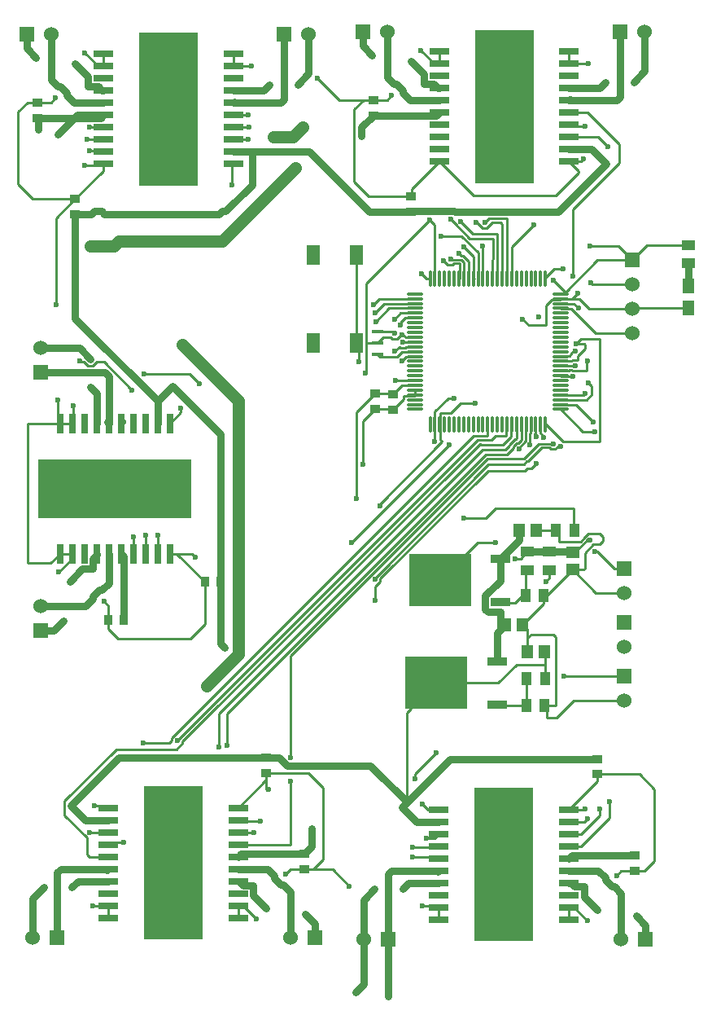
<source format=gtl>
G04 Layer_Physical_Order=1*
G04 Layer_Color=255*
%FSLAX25Y25*%
%MOIN*%
G70*
G01*
G75*
%ADD10R,0.05512X0.04134*%
%ADD11R,0.05000X0.06000*%
%ADD12R,0.05512X0.08268*%
%ADD13R,0.08268X0.03740*%
%ADD14R,0.25590X0.21654*%
%ADD15R,0.03937X0.03543*%
%ADD16R,0.04724X0.01575*%
%ADD17R,0.03543X0.03937*%
%ADD18R,0.08300X0.02500*%
%ADD19R,0.24400X0.63000*%
%ADD20R,0.05709X0.04528*%
%ADD21R,0.04528X0.05709*%
%ADD22R,0.04134X0.05512*%
%ADD23R,0.02500X0.08300*%
%ADD24R,0.63000X0.24400*%
%ADD25O,0.01181X0.07087*%
%ADD26O,0.07087X0.01181*%
%ADD27C,0.00984*%
%ADD28C,0.01000*%
%ADD29C,0.03000*%
%ADD30C,0.05000*%
%ADD31R,0.06000X0.06000*%
%ADD32C,0.06000*%
%ADD33R,0.06000X0.06000*%
%ADD34C,0.02362*%
D10*
X406000Y390260D02*
D03*
Y397740D02*
D03*
X340043Y272240D02*
D03*
Y264760D02*
D03*
X349043Y272240D02*
D03*
Y264760D02*
D03*
D11*
X406000Y372000D02*
D03*
Y381000D02*
D03*
D12*
X252189Y393653D02*
D03*
Y357827D02*
D03*
X269905D02*
D03*
Y393653D02*
D03*
D13*
X329043Y251547D02*
D03*
Y269500D02*
D03*
X327543Y209547D02*
D03*
Y227500D02*
D03*
D14*
X304240Y260524D02*
D03*
X302740Y218524D02*
D03*
D15*
X384000Y141701D02*
D03*
Y148000D02*
D03*
X368500Y181201D02*
D03*
Y187500D02*
D03*
X248500Y142350D02*
D03*
Y148650D02*
D03*
X277547Y336890D02*
D03*
Y330591D02*
D03*
X285047Y336740D02*
D03*
Y330441D02*
D03*
X292400Y417650D02*
D03*
Y411350D02*
D03*
X276900Y457150D02*
D03*
Y450850D02*
D03*
X139300Y456150D02*
D03*
Y449850D02*
D03*
X154800Y416650D02*
D03*
Y410350D02*
D03*
X233000Y181850D02*
D03*
Y188150D02*
D03*
D16*
X278634Y362465D02*
D03*
Y357740D02*
D03*
Y353016D02*
D03*
D17*
X207850Y260000D02*
D03*
X214150D02*
D03*
X168350Y244500D02*
D03*
X174650D02*
D03*
D18*
X221500Y122500D02*
D03*
Y127500D02*
D03*
Y132500D02*
D03*
Y137500D02*
D03*
Y142500D02*
D03*
Y147500D02*
D03*
Y152500D02*
D03*
Y157500D02*
D03*
Y162500D02*
D03*
Y167500D02*
D03*
X168300D02*
D03*
Y162500D02*
D03*
Y157500D02*
D03*
Y152500D02*
D03*
Y147500D02*
D03*
Y142500D02*
D03*
Y137500D02*
D03*
Y132500D02*
D03*
Y127500D02*
D03*
Y122500D02*
D03*
X357000Y121850D02*
D03*
Y126850D02*
D03*
Y131850D02*
D03*
Y136850D02*
D03*
Y141850D02*
D03*
Y146850D02*
D03*
Y151850D02*
D03*
Y156850D02*
D03*
Y161850D02*
D03*
Y166850D02*
D03*
X303800D02*
D03*
Y161850D02*
D03*
Y156850D02*
D03*
Y151850D02*
D03*
Y146850D02*
D03*
Y141850D02*
D03*
Y136850D02*
D03*
Y131850D02*
D03*
Y126850D02*
D03*
Y121850D02*
D03*
X166300Y476000D02*
D03*
Y471000D02*
D03*
Y466000D02*
D03*
Y461000D02*
D03*
Y456000D02*
D03*
Y451000D02*
D03*
Y446000D02*
D03*
Y441000D02*
D03*
Y436000D02*
D03*
Y431000D02*
D03*
X219500D02*
D03*
Y436000D02*
D03*
Y441000D02*
D03*
Y446000D02*
D03*
Y451000D02*
D03*
Y456000D02*
D03*
Y461000D02*
D03*
Y466000D02*
D03*
Y471000D02*
D03*
Y476000D02*
D03*
X303900Y477000D02*
D03*
Y472000D02*
D03*
Y467000D02*
D03*
Y462000D02*
D03*
Y457000D02*
D03*
Y452000D02*
D03*
Y447000D02*
D03*
Y442000D02*
D03*
Y437000D02*
D03*
Y432000D02*
D03*
X357100D02*
D03*
Y437000D02*
D03*
Y442000D02*
D03*
Y447000D02*
D03*
Y452000D02*
D03*
Y457000D02*
D03*
Y462000D02*
D03*
Y467000D02*
D03*
Y472000D02*
D03*
Y477000D02*
D03*
D19*
X194900Y145000D02*
D03*
X330400Y144350D02*
D03*
X192900Y453500D02*
D03*
X330500Y454500D02*
D03*
D20*
X358543Y264957D02*
D03*
Y272043D02*
D03*
D21*
X343587Y281000D02*
D03*
X336500D02*
D03*
X338130Y242500D02*
D03*
X331043D02*
D03*
X339957Y231500D02*
D03*
X347043D02*
D03*
D22*
X351803Y281000D02*
D03*
X359283D02*
D03*
X339303Y254500D02*
D03*
X346783D02*
D03*
X339563Y209500D02*
D03*
X347043D02*
D03*
X347284Y220500D02*
D03*
X339803D02*
D03*
D23*
X148500Y271500D02*
D03*
X153500D02*
D03*
X158500D02*
D03*
X163500D02*
D03*
X168500D02*
D03*
X173500D02*
D03*
X178500D02*
D03*
X183500D02*
D03*
X188500D02*
D03*
X193500D02*
D03*
Y324700D02*
D03*
X188500D02*
D03*
X183500D02*
D03*
X178500D02*
D03*
X173500D02*
D03*
X168500D02*
D03*
X163500D02*
D03*
X158500D02*
D03*
X153500D02*
D03*
X148500D02*
D03*
D24*
X171000Y298100D02*
D03*
D25*
X300153Y383878D02*
D03*
X302122D02*
D03*
X304090D02*
D03*
X306059D02*
D03*
X308028D02*
D03*
X309996D02*
D03*
X311965D02*
D03*
X313933D02*
D03*
X315902D02*
D03*
X317870D02*
D03*
X319839D02*
D03*
X321807D02*
D03*
X323776D02*
D03*
X325744D02*
D03*
X327713D02*
D03*
X329681D02*
D03*
X331650D02*
D03*
X333618D02*
D03*
X335587D02*
D03*
X337555D02*
D03*
X339524D02*
D03*
X341492D02*
D03*
X343461D02*
D03*
X345429D02*
D03*
X347398D02*
D03*
Y324429D02*
D03*
X345429D02*
D03*
X343461D02*
D03*
X341492D02*
D03*
X339524D02*
D03*
X337555D02*
D03*
X335587D02*
D03*
X333618D02*
D03*
X331650D02*
D03*
X329681D02*
D03*
X327713D02*
D03*
X325744D02*
D03*
X323776D02*
D03*
X321807D02*
D03*
X319839D02*
D03*
X317870D02*
D03*
X315902D02*
D03*
X313933D02*
D03*
X311965D02*
D03*
X309996D02*
D03*
X308028D02*
D03*
X306059D02*
D03*
X304090D02*
D03*
X302122D02*
D03*
X300153D02*
D03*
D26*
X353500Y377776D02*
D03*
Y375807D02*
D03*
Y373839D02*
D03*
Y371870D02*
D03*
Y369902D02*
D03*
Y367933D02*
D03*
Y365965D02*
D03*
Y363996D02*
D03*
Y362028D02*
D03*
Y360059D02*
D03*
Y358090D02*
D03*
Y356122D02*
D03*
Y354153D02*
D03*
Y352185D02*
D03*
Y350217D02*
D03*
Y348248D02*
D03*
Y346280D02*
D03*
Y344311D02*
D03*
Y342342D02*
D03*
Y340374D02*
D03*
Y338405D02*
D03*
Y336437D02*
D03*
Y334469D02*
D03*
Y332500D02*
D03*
Y330532D02*
D03*
X294051D02*
D03*
Y332500D02*
D03*
Y334469D02*
D03*
Y336437D02*
D03*
Y338405D02*
D03*
Y340374D02*
D03*
Y342342D02*
D03*
Y344311D02*
D03*
Y346280D02*
D03*
Y348248D02*
D03*
Y350217D02*
D03*
Y352185D02*
D03*
Y354153D02*
D03*
Y356122D02*
D03*
Y358090D02*
D03*
Y360059D02*
D03*
Y362028D02*
D03*
Y363996D02*
D03*
Y365965D02*
D03*
Y367933D02*
D03*
Y369902D02*
D03*
Y371870D02*
D03*
Y373839D02*
D03*
Y375807D02*
D03*
Y377776D02*
D03*
D27*
X292500Y417500D02*
Y420600D01*
X359087Y271500D02*
X365142Y277555D01*
X288910Y358090D02*
X294051D01*
X383047Y391740D02*
X389047Y397740D01*
X406000D01*
X383047Y371740D02*
X383307Y372000D01*
X406000D01*
X188500Y271500D02*
Y279000D01*
X357100Y432000D02*
X361000Y428100D01*
Y427500D02*
Y428100D01*
X351500Y418000D02*
X361000Y427500D01*
X317900Y418000D02*
X351500D01*
X303900Y432000D02*
X317900Y418000D01*
X292500Y420600D02*
X303900Y432000D01*
X300000Y408000D02*
X302000Y406000D01*
Y390968D02*
Y406000D01*
X319717Y276000D02*
X327000D01*
X304240Y260524D02*
X319717Y276000D01*
X375500Y265500D02*
X379500D01*
X338000Y367469D02*
X340500Y364968D01*
X353214Y375521D02*
X353500Y375807D01*
X349850Y375521D02*
X353214D01*
X347500Y373171D02*
X349850Y375521D01*
X340500Y364968D02*
X347500D01*
X288500Y350468D02*
X289000D01*
X289416Y350884D01*
Y350914D01*
X293765Y351899D02*
X294051Y352185D01*
X293925Y342469D02*
X294051Y342342D01*
X286000Y342469D02*
X293925D01*
X271000Y349969D02*
Y356732D01*
X269905Y357827D02*
X271000Y356732D01*
X278634Y353016D02*
X279681Y351969D01*
X284691D01*
X284692Y351967D01*
X286576D01*
X302000Y390968D02*
X302122Y390846D01*
Y383878D02*
Y390846D01*
X353500Y373839D02*
X359130D01*
X358339Y375807D02*
X360500Y377969D01*
X353500Y375807D02*
X358339D01*
X343461Y320929D02*
Y324429D01*
X307500Y334968D02*
X310000D01*
X302122Y329591D02*
X307500Y334968D01*
X302122Y324429D02*
Y329591D01*
X312630Y332968D02*
X318500D01*
X308726Y329065D02*
X312630Y332968D01*
X304376Y329065D02*
X308726D01*
X304376Y324715D02*
Y329065D01*
X304090Y324429D02*
X304376Y324715D01*
X365228Y371740D02*
X383047D01*
X289933Y367933D02*
X294051D01*
X285500Y367500D02*
X287902Y369902D01*
X294051D01*
X288000Y366000D02*
X289933Y367933D01*
X288000Y365000D02*
Y366000D01*
X311965Y383878D02*
X312250Y384164D01*
X317870Y383878D02*
X318156Y384164D01*
X160500Y446000D02*
X166300D01*
X159500Y441000D02*
X166300D01*
X160500Y436500D02*
X165800D01*
X166300Y436000D01*
X219500Y441000D02*
X225500D01*
X313933Y383878D02*
Y390777D01*
X312907Y391803D02*
X313933Y390777D01*
X307273Y389727D02*
X309442D01*
X308500Y392000D02*
X308697Y391803D01*
X312250Y384164D02*
Y390219D01*
X309934D02*
X312250D01*
X309442Y389727D02*
X309934Y390219D01*
X308697Y391803D02*
X312907D01*
X315902Y383878D02*
Y391049D01*
X313563Y393387D02*
X315902Y391049D01*
X313113Y393387D02*
X313563D01*
X312000Y394500D02*
X313113Y393387D01*
X317870Y383878D02*
Y393130D01*
X314000Y397000D02*
X317870Y393130D01*
X319839Y383878D02*
Y394684D01*
X313011Y401511D02*
X319839Y394684D01*
X304511Y401511D02*
X313011D01*
X304500Y401500D02*
X304511Y401511D01*
X321807Y383878D02*
Y397193D01*
X321500Y397500D02*
X321807Y397193D01*
X365500Y397500D02*
X377287D01*
X383047Y391740D01*
X357100Y472000D02*
Y477000D01*
Y472000D02*
X365000D01*
X362000Y432000D02*
X363000Y433000D01*
X357100Y432000D02*
X362000D01*
X357100Y442000D02*
X369000D01*
X373000Y438000D01*
X363227Y357500D02*
X363727Y357000D01*
X360000Y357500D02*
X363227D01*
X353500Y352185D02*
X353786Y352471D01*
X357150D01*
X358135Y353457D01*
Y353635D01*
X360643Y350642D02*
Y352428D01*
X363727Y355512D01*
Y357000D01*
X358135Y353635D02*
X359000Y354500D01*
X359500D01*
X353500Y348248D02*
X359248D01*
X353500Y350217D02*
X358002D01*
X358558Y350773D01*
X360442D01*
X360572Y350642D01*
X360643D01*
X183500Y271500D02*
Y279000D01*
X178500Y271500D02*
Y278500D01*
X358339Y375807D02*
X361161D01*
X365228Y371740D01*
X359130Y373839D02*
X361000Y371969D01*
X359248Y348248D02*
X359500Y348500D01*
X360000Y357500D02*
X362000Y359500D01*
X302000Y317500D02*
Y324307D01*
X302122Y324429D01*
X273500Y345500D02*
X274000Y346000D01*
Y357500D01*
X274240Y357740D01*
X278634D01*
X219500Y446000D02*
X226000D01*
X289416Y350914D02*
X290401Y351899D01*
X293765D01*
X342824Y319786D02*
X343110Y319500D01*
X345429Y320786D02*
Y324429D01*
Y320786D02*
X346500Y319715D01*
X342824Y319786D02*
Y320293D01*
X343461Y320929D01*
X343110Y319500D02*
X343500D01*
X346500Y318969D02*
Y319715D01*
X286576Y351967D02*
X288735Y354127D01*
X294024D02*
X294051Y354153D01*
X288735Y354127D02*
X294024D01*
X288910Y358090D02*
X289000Y358000D01*
X347398Y324429D02*
X347786D01*
X362000Y359500D02*
X369500D01*
X298622Y383878D02*
X300153D01*
X296500Y386000D02*
X298622Y383878D01*
X335000Y269500D02*
X337303D01*
X340043Y272240D01*
X358543Y272043D02*
X359087Y271500D01*
X368500Y272500D02*
X375500Y265500D01*
X367500Y272500D02*
X368500D01*
X365142Y277555D02*
X365500Y277197D01*
Y277000D02*
Y277197D01*
X347500Y364968D02*
Y373171D01*
X304090Y324429D02*
X304273Y324247D01*
Y318227D02*
Y324247D01*
Y318227D02*
X305000Y317500D01*
Y317285D02*
Y317500D01*
X279500Y291785D02*
X305000Y317285D01*
X279500Y291000D02*
Y291785D01*
X305500Y391500D02*
X307273Y389727D01*
X166300Y471000D02*
Y476000D01*
X303900Y472000D02*
Y477000D01*
X274000Y382000D02*
X300000Y408000D01*
X274000Y357500D02*
Y382000D01*
X347786Y324429D02*
X354715Y317500D01*
X369500D01*
X353500Y330532D02*
X362531Y321500D01*
X369500Y317500D02*
Y320285D01*
X369773Y320558D01*
Y322442D01*
X369500Y322715D02*
X369773Y322442D01*
X369500Y322715D02*
Y359500D01*
X362531Y321500D02*
X367500D01*
X373500Y163500D02*
Y170000D01*
X361850Y151850D02*
X373500Y163500D01*
X357000Y151850D02*
X361850D01*
D28*
X156000Y350000D02*
X158423D01*
X233000Y175000D02*
Y179000D01*
X350500Y383498D02*
X355500Y378498D01*
X347284Y220500D02*
Y226000D01*
X196555Y194945D02*
X319609Y318000D01*
X233000Y175000D02*
X234000D01*
X217000Y193000D02*
Y206000D01*
X278000Y366500D02*
X283370Y371870D01*
X294051D01*
X277500Y370000D02*
X281339Y373839D01*
X294051D01*
X277000Y373500D02*
X279307Y375807D01*
X294051D01*
X357100Y447000D02*
X357600Y446500D01*
X363500D01*
X333618Y397118D02*
X342500Y406000D01*
X269905Y357827D02*
Y393653D01*
X347043Y209500D02*
X348000Y208543D01*
Y204500D02*
Y208543D01*
Y204500D02*
X352000D01*
X359000Y211500D01*
X379500D01*
X355000Y221500D02*
X379500D01*
X339957Y236913D02*
X341543Y238500D01*
X339957Y236913D02*
Y240673D01*
Y231500D02*
Y236913D01*
X338130Y242500D02*
X339957Y240673D01*
X358543Y264957D02*
X368000Y255500D01*
X379500D01*
X367995Y361740D02*
X383047D01*
X284898Y336890D02*
X285047Y336740D01*
X277547Y336890D02*
X284898D01*
X294051Y336437D02*
Y338405D01*
X288681Y340374D02*
X294051D01*
X285047Y336740D02*
X288681Y340374D01*
X285047Y330441D02*
X289408Y334802D01*
X366000Y382469D02*
X366728Y381740D01*
X383047D01*
X355500Y378498D02*
X368742Y391740D01*
X383047D01*
X353500Y371870D02*
X353778Y371592D01*
X153500Y269500D02*
Y271500D01*
X148000Y264000D02*
X153500Y269500D01*
X166500Y252000D02*
X168350Y250150D01*
Y244500D02*
Y250150D01*
Y240538D02*
Y244500D01*
Y240538D02*
X172257Y236631D01*
X201819D01*
X207850Y242663D01*
Y260000D01*
X221500Y127500D02*
X223500D01*
X229000Y122000D01*
X241000Y140500D02*
X242850Y142350D01*
X248500D01*
X252462D02*
X256368Y146257D01*
Y175819D01*
X250337Y181850D02*
X256368Y175819D01*
X233000Y181850D02*
X250337D01*
X357000Y126850D02*
X359000D01*
X378350Y141701D02*
X384000D01*
X387962D01*
X376500Y139850D02*
X378350Y141701D01*
X385837Y181201D02*
X391868Y175169D01*
X387962Y141701D02*
X391868Y145607D01*
Y175169D01*
X301900Y472000D02*
X303900D01*
X296400Y477500D02*
X301900Y472000D01*
X282550Y457150D02*
X284400Y459000D01*
X276900Y457150D02*
X282550D01*
X275063Y417650D02*
X292400D01*
X269032Y453243D02*
X272938Y457150D01*
X269032Y423681D02*
X275063Y417650D01*
X269032Y423681D02*
Y453243D01*
X137463Y416650D02*
X154800D01*
X131431Y422681D02*
X137463Y416650D01*
X164300Y471000D02*
X166300D01*
X158800Y476500D02*
X164300Y471000D01*
X135338Y456150D02*
X139300D01*
X131431Y452243D02*
X135338Y456150D01*
X139300D02*
X144950D01*
X146800Y458000D01*
X131431Y422681D02*
Y452243D01*
X368500Y181201D02*
X385837D01*
X338043Y254500D02*
X339303D01*
X335043Y251500D02*
X338043Y254500D01*
X329090Y251500D02*
X335043D01*
X329043Y251547D02*
X329090Y251500D01*
X346783Y251153D02*
Y254500D01*
X338130Y242500D02*
X346783Y251153D01*
X339303Y254500D02*
Y264020D01*
X340043Y264760D01*
X346783Y254500D02*
X348087D01*
X358543Y264957D01*
X343587Y281000D02*
X351803D01*
X351803Y281000D01*
X353043Y279760D01*
Y276500D02*
Y279760D01*
X358543Y264957D02*
X363000D01*
X327590Y209500D02*
X339563D01*
X327543Y209547D02*
X327590Y209500D01*
X339563D02*
Y220260D01*
X339803Y220500D01*
X347043Y209500D02*
X351543D01*
Y237500D01*
X350543Y238500D02*
X351543Y237500D01*
X341543Y238500D02*
X350543D01*
X347043Y231500D02*
X347284Y231260D01*
X302740Y218524D02*
X328067D01*
X335543Y226000D01*
X347284D01*
Y231260D01*
X333618Y383878D02*
Y397118D01*
X331650Y383878D02*
Y408650D01*
X329681Y383878D02*
Y406319D01*
X331650Y408650D02*
X331750Y408750D01*
X324250D02*
X331750D01*
X322500Y407000D02*
X324250Y408750D01*
X329000Y407000D02*
X329681Y406319D01*
X325726Y407000D02*
X329000D01*
X323445Y404719D02*
X325726Y407000D01*
X321555Y404719D02*
X323445D01*
X319274Y407000D02*
X321555Y404719D01*
X319000Y407000D02*
X319274D01*
X327713Y383878D02*
Y402287D01*
X327500Y402500D02*
X327713Y402287D01*
X317500Y402500D02*
X327500D01*
X312500Y407500D02*
X317500Y402500D01*
X325744Y383878D02*
Y391707D01*
X326113Y392076D01*
Y400500D01*
X316274D02*
X326113D01*
X310219Y406555D02*
X316274Y400500D01*
X310219Y406555D02*
Y406781D01*
X308500Y408500D02*
X310219Y406781D01*
X364280Y346280D02*
Y350279D01*
X358500Y385000D02*
Y412500D01*
X377500Y431500D01*
Y439000D01*
X364500Y452000D02*
X377500Y439000D01*
X357100Y452000D02*
X364500D01*
X360506Y346280D02*
X364280D01*
X353500D02*
X353561Y346219D01*
X353778Y371592D02*
X358143D01*
X367995Y361740D01*
X364280Y350279D02*
X364500Y350500D01*
X360445Y346219D02*
X360506Y346280D01*
X254000Y466000D02*
X262850Y457150D01*
X219500Y471000D02*
X227000D01*
X262850Y457150D02*
X272938D01*
X276900D01*
X219500Y471000D02*
Y476000D01*
X219000Y422500D02*
Y430500D01*
X219500Y431000D01*
Y451000D02*
X225500D01*
X158500Y430500D02*
X165800D01*
X166300Y431000D01*
Y428150D02*
Y431000D01*
X154800Y416650D02*
X166300Y428150D01*
X147000Y408850D02*
X154800Y416650D01*
X147000Y373500D02*
Y408850D01*
X147500Y325700D02*
Y334500D01*
Y325700D02*
X148500Y324700D01*
X153500D01*
X135300D02*
X148500D01*
X135300Y267700D02*
Y324700D01*
Y267700D02*
X144800D01*
X148500Y271400D01*
Y271500D01*
X153500D01*
X193500Y324700D02*
X198000Y329200D01*
Y331000D01*
X201500Y345000D02*
X205500Y341000D01*
X183000Y345000D02*
X201500D01*
X166500Y350000D02*
X178000Y338500D01*
X163577Y350000D02*
X166500D01*
X162077Y348500D02*
X163577Y350000D01*
X159923Y348500D02*
X162077D01*
X158423Y350000D02*
X159923Y348500D01*
X156000Y350000D02*
X156500Y350500D01*
X154000Y325200D02*
Y332000D01*
X153500Y324700D02*
X154000Y325200D01*
X278634Y362465D02*
X284910D01*
X285634Y361740D01*
Y354240D02*
X287516Y356122D01*
X323498Y324151D02*
X323776Y324429D01*
X160500Y157500D02*
X168300D01*
X331372Y324151D02*
X331650Y324429D01*
X196500Y195000D02*
X196555Y194945D01*
X169300Y153500D02*
X174500D01*
X168300Y152500D02*
X169300Y153500D01*
X333340Y324151D02*
X333618Y324429D01*
X182500Y194000D02*
X193347D01*
X194219Y194872D01*
X198781Y194055D02*
Y194581D01*
X159500Y148500D02*
Y155274D01*
Y148500D02*
X160500Y147500D01*
X168300D01*
X194219Y194872D02*
Y195945D01*
X150400Y164374D02*
X159500Y155274D01*
X150400Y164374D02*
Y170400D01*
X171500Y191500D01*
X196226D01*
X198781Y194055D01*
X222000Y162000D02*
X230500D01*
X221500Y162500D02*
X222000Y162000D01*
X221500Y157500D02*
X228000D01*
X202500Y271500D02*
X204000Y270000D01*
X193500Y271500D02*
X196350D01*
X207850Y260000D01*
X196350Y271500D02*
X202500D01*
X168300Y122500D02*
Y127500D01*
X162000D02*
X168300D01*
X162500Y168500D02*
X167300D01*
X168300Y167500D01*
X221500Y152500D02*
X243000D01*
Y178500D01*
X353561Y346219D02*
X356993D01*
X357430Y346656D01*
X358118D01*
X358555Y346219D01*
X360445D01*
X353778Y344033D02*
X358405D01*
X353500Y344311D02*
X353778Y344033D01*
X221500Y122500D02*
Y127500D01*
Y167500D02*
X233000Y179000D01*
Y181850D01*
X260150Y142350D02*
X267000Y135500D01*
X297000Y127500D02*
X303150D01*
X303800Y126850D01*
X248500Y142350D02*
X252462D01*
X260150D01*
X303800Y121850D02*
Y126850D01*
X299150Y166850D02*
X303800D01*
X297000Y169000D02*
X299150Y166850D01*
X290500Y206283D02*
X302740Y218524D01*
X290500Y169850D02*
Y170000D01*
Y206283D01*
X268000Y276000D02*
X308000Y316000D01*
X198781Y194581D02*
X320600Y316400D01*
X194219Y195945D02*
X318060Y319786D01*
X298600Y155100D02*
X302050D01*
X303800Y156850D01*
X357000Y121850D02*
Y126850D01*
X368500Y178350D02*
Y181201D01*
X357000Y166850D02*
X368500Y178350D01*
X357000Y166850D02*
X363350D01*
X363500Y167000D01*
X294000Y181500D02*
X302500Y190000D01*
X294000Y179500D02*
Y181500D01*
X318060Y319786D02*
X323498D01*
Y324151D01*
X319609Y318000D02*
X325220D01*
X327006Y319786D01*
X320600Y316400D02*
X321000Y316000D01*
X337555Y318055D02*
Y324429D01*
X339379Y324284D02*
X339524Y324429D01*
X341214Y324151D02*
X341492Y324429D01*
X341214Y320776D02*
Y324151D01*
X340979Y320541D02*
X341214Y320776D01*
X340979Y318331D02*
Y320541D01*
Y318331D02*
X341124Y318186D01*
Y316861D02*
Y318186D01*
X343281Y315055D02*
Y315181D01*
X336500Y314726D02*
X339379Y317605D01*
Y324284D01*
X341000Y316737D02*
X341124Y316861D01*
X341000Y316000D02*
Y316737D01*
X338626Y310400D02*
X343281Y315055D01*
X336500Y314500D02*
Y314726D01*
X327006Y319786D02*
X331372D01*
Y324151D01*
X321000Y316000D02*
X329849D01*
X333340Y319492D01*
Y324151D01*
X331000Y314000D02*
X332619Y315619D01*
Y316108D01*
X334892Y318381D01*
X335381D01*
X335587Y318587D01*
Y324429D01*
X331500Y312000D02*
X334219Y314719D01*
Y315445D01*
X335555Y316781D01*
X336281D01*
X337555Y318055D01*
X358405Y344033D02*
X358500Y343938D01*
X343281Y315181D02*
X344600Y316500D01*
X350500D01*
X352726Y315500D02*
X353500D01*
X351445Y314219D02*
X352726Y315500D01*
X349555Y314219D02*
X351445D01*
X348874Y314900D02*
X349555Y314219D01*
X345900Y314900D02*
X348874D01*
X340243Y309243D02*
X345900Y314900D01*
X339783Y309243D02*
X340243D01*
X339757Y309269D02*
X339783Y309243D01*
X338489Y308000D02*
X339757Y309269D01*
X324000Y308000D02*
X338489D01*
X277500Y261500D02*
X324000Y308000D01*
X277500Y261000D02*
Y261500D01*
X293000Y151500D02*
X303450D01*
X303800Y151850D01*
X353500Y336437D02*
X362937D01*
X341500Y306500D02*
X343500Y308500D01*
X339989Y306500D02*
X341500D01*
X338989Y305500D02*
X339989Y306500D01*
X321500Y314000D02*
X331000D01*
X213500Y192500D02*
Y206000D01*
X323000Y312000D02*
X331500D01*
X323663Y310400D02*
X338626D01*
X213500Y206000D02*
X321500Y314000D01*
X217000Y206000D02*
X323000Y312000D01*
X324039Y305500D02*
X338989D01*
X243000Y229737D02*
X323663Y310400D01*
X243000Y188000D02*
Y229737D01*
X279781Y261242D02*
X324039Y305500D01*
X279781Y260055D02*
Y261242D01*
X278445Y258719D02*
X279781Y260055D01*
X278219Y258719D02*
X278445D01*
X277500Y258000D02*
X278219Y258719D01*
X277500Y252500D02*
Y258000D01*
X293000Y147500D02*
X303150D01*
X303800Y146850D01*
X351000Y387968D02*
X354500D01*
X347398Y383878D02*
Y384366D01*
X351000Y387968D01*
X365000Y341500D02*
X366408Y340092D01*
X357000Y161850D02*
X363350D01*
X364500Y163000D01*
X278634Y357740D02*
X280894Y360000D01*
X284148D01*
X284689Y359459D01*
X293992Y360000D02*
X294051Y360059D01*
X289445Y360781D02*
X290226Y360000D01*
X293992D01*
X286579Y359459D02*
X287901Y360781D01*
X287516Y356122D02*
X287652D01*
X288055Y355719D01*
X289945D01*
X290348Y356122D01*
X294051D01*
X284689Y359459D02*
X286579D01*
X362937Y336437D02*
X363500Y337000D01*
X366408Y336682D02*
Y340092D01*
X364194Y334469D02*
X366408Y336682D01*
X353500Y334469D02*
X364194D01*
X353500Y332500D02*
X360000D01*
X367000Y325500D01*
X363000Y264957D02*
X363543Y265500D01*
X353043Y276500D02*
X361835D01*
X363543Y265500D02*
Y271769D01*
X367048Y275274D01*
X369726D01*
X371062Y276610D01*
Y278500D01*
X369726Y279836D02*
X371062Y278500D01*
X361835Y276500D02*
X363219Y277884D01*
Y277945D01*
X365110Y279836D01*
X369726D01*
X349043Y261543D02*
Y264760D01*
X347500Y260000D02*
X349043Y261543D01*
X272500Y308000D02*
Y325543D01*
X277547Y330591D01*
X289408Y334802D02*
Y336159D01*
X293773D01*
X294051Y336437D01*
X277547Y330591D02*
X284898D01*
X285047Y330441D01*
X270000Y329343D02*
X277547Y336890D01*
X270000Y294000D02*
Y329343D01*
X314000Y286000D02*
X323000D01*
X327000Y290000D01*
X359000D01*
Y281283D02*
Y290000D01*
Y281283D02*
X359283Y281000D01*
X369500Y164500D02*
Y167000D01*
X357000Y156850D02*
X361850D01*
X369500Y164500D01*
X359000Y126850D02*
X364500Y121350D01*
D29*
X406000Y381000D02*
X406000Y381000D01*
X406000Y381000D02*
Y390260D01*
X329043Y240500D02*
Y247577D01*
X147500Y443000D02*
X155500Y451000D01*
X139300Y449850D02*
X165150D01*
X222650Y148650D02*
X248500D01*
X174650Y244500D02*
Y270350D01*
X172650Y188150D02*
X233000D01*
X282900Y90600D02*
X283000Y90500D01*
X282900Y90600D02*
Y113850D01*
X269500Y92000D02*
X272900Y95400D01*
Y113850D01*
X240400Y457500D02*
Y484000D01*
X250400Y468000D02*
Y484000D01*
X154800Y367700D02*
Y410350D01*
Y367700D02*
X188500Y334000D01*
X166741Y410350D02*
X213736D01*
X165491Y411600D02*
X166741Y410350D01*
X162509Y411600D02*
X165491D01*
X161259Y410350D02*
X162509Y411600D01*
X154800Y410350D02*
X161259D01*
X216400Y411600D02*
X227150Y422350D01*
X214986Y411600D02*
X216400D01*
X213736Y410350D02*
X214986Y411600D01*
X208500Y217500D02*
Y218000D01*
X248500Y148650D02*
X251500Y151650D01*
X302750Y450850D02*
X303900Y452000D01*
X276900Y450850D02*
X302750D01*
X327543Y227500D02*
Y239000D01*
X168000Y325200D02*
X168500Y324700D01*
X140500Y345600D02*
X167000D01*
X168500Y344100D01*
Y324700D02*
Y344100D01*
X140500Y355600D02*
X156500D01*
X161000Y351100D01*
Y339600D02*
X163500Y337100D01*
Y324700D02*
Y337100D01*
X157750Y265250D02*
X161850D01*
Y269350D01*
X152500Y260000D02*
X157750Y265250D01*
X163500Y271000D02*
Y271500D01*
X161850Y269350D02*
X163500Y271000D01*
X140500Y240100D02*
X146100D01*
X150000Y244000D01*
X164595Y256600D02*
X165600D01*
X161900Y253905D02*
X164595Y256600D01*
X168500Y259500D02*
Y271500D01*
X165600Y256600D02*
X168500Y259500D01*
X140500Y250100D02*
X159100D01*
X161900Y252900D02*
Y253905D01*
X159100Y250100D02*
X161900Y252900D01*
X188500Y334000D02*
X194500Y340000D01*
X188500Y324700D02*
Y334000D01*
X194500Y340000D02*
X214150Y320350D01*
Y260000D02*
Y320350D01*
X173500Y271500D02*
X174650Y270350D01*
X167800Y142000D02*
X168300Y142500D01*
X147400Y114500D02*
Y141000D01*
X148900Y142500D01*
X168300D01*
X137400Y114500D02*
Y130500D01*
X141900Y135000D01*
X153400D02*
X155900Y137500D01*
X168300D01*
X227750Y131750D02*
Y135850D01*
X223650D02*
X227750D01*
Y131750D02*
X233000Y126500D01*
X221500Y137500D02*
X222000D01*
X223650Y135850D01*
X252900Y114500D02*
Y120100D01*
X249000Y124000D02*
X252900Y120100D01*
X221500Y142500D02*
X233500D01*
X242900Y114500D02*
Y133100D01*
X153000Y168500D02*
X159000Y162500D01*
X168300D01*
X153000Y168500D02*
X172650Y188150D01*
X221500Y147500D02*
X222650Y148650D01*
X303300Y141350D02*
X303800Y141850D01*
X282900Y113850D02*
Y140350D01*
X284400Y141850D01*
X303800D01*
X272900Y113850D02*
Y129850D01*
X277400Y134350D01*
X288900D02*
X291400Y136850D01*
X303800D01*
X359150Y135200D02*
X363250D01*
X357000Y136850D02*
X357500D01*
X359150Y135200D01*
X388400Y113850D02*
Y119450D01*
X384500Y123350D02*
X388400Y119450D01*
X371900Y137945D02*
Y138950D01*
Y137945D02*
X374595Y135250D01*
X357000Y141850D02*
X369000D01*
X371900Y138950D01*
X378400Y113850D02*
Y132450D01*
X374595Y135250D02*
X375600D01*
X378400Y132450D01*
X294500Y161850D02*
X303800D01*
X308150Y187500D02*
X368500D01*
X357000Y146850D02*
X358150Y148000D01*
X357100Y457000D02*
X357600Y457500D01*
X378000Y458500D02*
Y485000D01*
X376500Y457000D02*
X378000Y458500D01*
X357100Y457000D02*
X376500D01*
X388000Y469000D02*
Y485000D01*
X383500Y464500D02*
X388000Y469000D01*
X369500Y462000D02*
X372000Y464500D01*
X357100Y462000D02*
X369500D01*
X297650Y463650D02*
Y467750D01*
Y463650D02*
X301750D01*
X292400Y473000D02*
X297650Y467750D01*
X303400Y462000D02*
X303900D01*
X301750Y463650D02*
X303400Y462000D01*
X272500Y479400D02*
Y485000D01*
Y479400D02*
X276400Y475500D01*
X289000Y459900D02*
Y460905D01*
X286305Y463600D02*
X289000Y460905D01*
X291900Y457000D02*
X303900D01*
X289000Y459900D02*
X291900Y457000D01*
X282500Y466400D02*
Y485000D01*
X285300Y463600D02*
X286305D01*
X282500Y466400D02*
X285300Y463600D01*
X357100Y437000D02*
X366400D01*
X372400Y431000D01*
X352750Y411350D02*
X372400Y431000D01*
X165150Y449850D02*
X166300Y451000D01*
X151400Y458900D02*
X154300Y456000D01*
X151400Y458900D02*
Y459905D01*
X148705Y462600D02*
X151400Y459905D01*
X147700Y462600D02*
X148705D01*
X144900Y465400D02*
X147700Y462600D01*
X154300Y456000D02*
X166300D01*
X165800Y461000D02*
X166300D01*
X164150Y462650D02*
X165800Y461000D01*
X160050Y462650D02*
X164150D01*
X160050D02*
Y466750D01*
X154800Y472000D02*
X160050Y466750D01*
X134900Y478400D02*
X138800Y474500D01*
X134900Y478400D02*
Y484000D01*
X144900Y465400D02*
Y484000D01*
X219500Y461000D02*
X231900D01*
X234400Y463500D01*
X245900D02*
X250400Y468000D01*
X238900Y456000D02*
X240400Y457500D01*
X219500Y456000D02*
X220000Y456500D01*
X358347Y272240D02*
X358543Y272043D01*
X349043Y272240D02*
X358347D01*
X309859Y411781D02*
X310290Y411350D01*
X352750D01*
X292400D02*
X292831Y411781D01*
X309859D01*
X275150Y411350D02*
X292400D01*
X250500Y436000D02*
X275150Y411350D01*
X226500Y436000D02*
X227150Y435350D01*
X219500Y436000D02*
X226500D01*
X250500D01*
X219500Y456000D02*
X238900D01*
X155500Y451000D02*
X166300D01*
X272000Y445950D02*
X276900Y450850D01*
X272000Y442500D02*
Y445950D01*
X139500Y445000D02*
Y449650D01*
X139300Y449850D02*
X139500Y449650D01*
X227150Y422350D02*
Y435350D01*
X214150Y234850D02*
Y260000D01*
Y234850D02*
X216000Y233000D01*
X233500Y142500D02*
X236400Y139600D01*
Y138595D02*
Y139600D01*
Y138595D02*
X239095Y135900D01*
X240100D01*
X242900Y133100D01*
X251500Y151650D02*
Y159000D01*
X233000Y188150D02*
X238210D01*
X241641Y184719D01*
X275781D01*
X290500Y170000D01*
X288500Y167850D02*
X290500Y169850D01*
X308150Y187500D01*
X288500Y167850D02*
X294500Y161850D01*
X336500Y276957D02*
Y281000D01*
X340500Y272240D02*
X349043D01*
X329043Y269500D02*
X336500Y276957D01*
X329043Y260521D02*
Y269500D01*
X322809Y254287D02*
X329043Y260521D01*
X322809Y248807D02*
Y254287D01*
Y248807D02*
X324040Y247577D01*
X329043D01*
X327543Y239000D02*
X329043Y240500D01*
X331043Y242500D01*
X363250Y131100D02*
Y135200D01*
Y131100D02*
X368500Y125850D01*
X358150Y148000D02*
X378500D01*
X384000D01*
D30*
X161000Y397500D02*
X170500D01*
X172500Y399500D01*
X215000D01*
X245000Y429500D01*
X208500Y217500D02*
X221500Y230500D01*
Y334000D01*
X198500Y357000D02*
X221500Y334000D01*
X244000Y442000D02*
X248000Y446000D01*
X236000Y442000D02*
X244000D01*
D31*
X134900Y484000D02*
D03*
X378000Y485000D02*
D03*
X272500D02*
D03*
X388400Y113850D02*
D03*
X147400Y114500D02*
D03*
X252900D02*
D03*
X282900Y113850D02*
D03*
X240400Y484000D02*
D03*
D32*
X144900D02*
D03*
X388000Y485000D02*
D03*
X282500D02*
D03*
X378400Y113850D02*
D03*
X137400Y114500D02*
D03*
X242900D02*
D03*
X272900Y113850D02*
D03*
X379500Y255500D02*
D03*
X250400Y484000D02*
D03*
X140500Y250100D02*
D03*
Y355600D02*
D03*
X383047Y361740D02*
D03*
Y371740D02*
D03*
Y381740D02*
D03*
X379500Y211500D02*
D03*
Y233500D02*
D03*
D33*
Y265500D02*
D03*
X140500Y240100D02*
D03*
Y345600D02*
D03*
X383047Y391740D02*
D03*
X379500Y221500D02*
D03*
Y243500D02*
D03*
D34*
X154000Y300000D02*
D03*
X184000D02*
D03*
X176000Y296000D02*
D03*
X168000D02*
D03*
X158000D02*
D03*
X150000D02*
D03*
X144000D02*
D03*
Y288000D02*
D03*
X150000D02*
D03*
X156000D02*
D03*
X164000D02*
D03*
X172000D02*
D03*
X192000D02*
D03*
X198000Y296000D02*
D03*
X192000Y306000D02*
D03*
X182000D02*
D03*
X172000D02*
D03*
X162000D02*
D03*
X152000D02*
D03*
X144000D02*
D03*
X202000Y132000D02*
D03*
X194000D02*
D03*
X186000D02*
D03*
X194000Y120000D02*
D03*
X186000D02*
D03*
X194000Y138000D02*
D03*
Y148000D02*
D03*
Y156000D02*
D03*
Y164000D02*
D03*
X202000Y138000D02*
D03*
X186000D02*
D03*
Y148000D02*
D03*
Y156000D02*
D03*
Y164000D02*
D03*
X202000Y120000D02*
D03*
Y148000D02*
D03*
Y156000D02*
D03*
Y164000D02*
D03*
Y172000D02*
D03*
X194000D02*
D03*
X186000D02*
D03*
X338000Y118000D02*
D03*
X330000D02*
D03*
X322000D02*
D03*
Y128000D02*
D03*
X330000D02*
D03*
X338000D02*
D03*
Y138000D02*
D03*
X330000D02*
D03*
X322000D02*
D03*
Y148000D02*
D03*
X330000D02*
D03*
X338000D02*
D03*
Y156000D02*
D03*
X330000D02*
D03*
X322000D02*
D03*
Y164000D02*
D03*
X330000D02*
D03*
X338000D02*
D03*
Y172000D02*
D03*
X330000D02*
D03*
X322000D02*
D03*
X326000Y428000D02*
D03*
Y438000D02*
D03*
X322000Y448000D02*
D03*
Y458000D02*
D03*
Y466000D02*
D03*
Y474000D02*
D03*
X332000D02*
D03*
Y466000D02*
D03*
Y458000D02*
D03*
Y448000D02*
D03*
Y438000D02*
D03*
Y428000D02*
D03*
X338000D02*
D03*
Y438000D02*
D03*
Y448000D02*
D03*
Y458000D02*
D03*
Y466000D02*
D03*
Y474000D02*
D03*
Y482000D02*
D03*
X330000D02*
D03*
X322000D02*
D03*
X186000Y452000D02*
D03*
X194000D02*
D03*
X200000D02*
D03*
Y460000D02*
D03*
X194000Y480000D02*
D03*
Y470000D02*
D03*
X186000D02*
D03*
X194000Y460000D02*
D03*
Y444000D02*
D03*
X192000Y430000D02*
D03*
X194000Y436000D02*
D03*
X186000D02*
D03*
Y444000D02*
D03*
Y460000D02*
D03*
X200000Y428000D02*
D03*
Y436000D02*
D03*
Y444000D02*
D03*
Y470000D02*
D03*
Y480000D02*
D03*
X186000D02*
D03*
X283000Y90500D02*
D03*
X269500Y92000D02*
D03*
X161000Y397500D02*
D03*
X234000Y175000D02*
D03*
X226000Y188500D02*
D03*
X217000Y193000D02*
D03*
X208500Y217500D02*
D03*
X188500Y279000D02*
D03*
X198500Y357000D02*
D03*
X174500Y325500D02*
D03*
X292500Y417500D02*
D03*
X300000Y408000D02*
D03*
X319000Y407000D02*
D03*
X322500D02*
D03*
X183500Y325500D02*
D03*
X278000Y366500D02*
D03*
X178500Y325000D02*
D03*
X277500Y370000D02*
D03*
X277000Y373500D02*
D03*
X304000Y437000D02*
D03*
X304500Y447000D02*
D03*
X305500Y442000D02*
D03*
X363500Y446500D02*
D03*
X342500Y406000D02*
D03*
X327000Y276000D02*
D03*
X347500Y220500D02*
D03*
X355000Y221500D02*
D03*
X331500Y242500D02*
D03*
X288500Y350468D02*
D03*
X286000Y342469D02*
D03*
X271000Y349969D02*
D03*
X360500Y377969D02*
D03*
X338000Y367469D02*
D03*
X344500Y368468D02*
D03*
X310000Y334968D02*
D03*
X318500Y332968D02*
D03*
X354500Y387968D02*
D03*
X366000Y382469D02*
D03*
X161000Y351100D02*
D03*
Y339600D02*
D03*
X152500Y260000D02*
D03*
X150000Y244000D02*
D03*
X148000Y264000D02*
D03*
X166500Y252000D02*
D03*
X141900Y135000D02*
D03*
X153400D02*
D03*
X233000Y126500D02*
D03*
X249000Y124000D02*
D03*
X229000Y122000D02*
D03*
X241000Y140500D02*
D03*
X277400Y134350D02*
D03*
X288900D02*
D03*
X384500Y123350D02*
D03*
X376500Y139850D02*
D03*
X383500Y464500D02*
D03*
X372000D02*
D03*
X292400Y473000D02*
D03*
X276400Y475500D02*
D03*
X296400Y477500D02*
D03*
X284400Y459000D02*
D03*
X158800Y476500D02*
D03*
X146800Y458000D02*
D03*
X154800Y472000D02*
D03*
X138800Y474500D02*
D03*
X234400Y463500D02*
D03*
X245900D02*
D03*
X285500Y367500D02*
D03*
X288000Y365000D02*
D03*
X160500Y446000D02*
D03*
X159500Y441000D02*
D03*
X160500Y436500D02*
D03*
X304500Y401500D02*
D03*
X225500Y441000D02*
D03*
X312500Y407500D02*
D03*
X308500Y408500D02*
D03*
Y392000D02*
D03*
X312000Y394500D02*
D03*
X314000Y397000D02*
D03*
X321500Y397500D02*
D03*
X358500Y385000D02*
D03*
X360000Y357500D02*
D03*
X365500Y397500D02*
D03*
X365000Y472000D02*
D03*
X363000Y433000D02*
D03*
X373000Y438000D02*
D03*
X359500Y354500D02*
D03*
X183500Y279000D02*
D03*
X178500Y278500D02*
D03*
X361000Y371969D02*
D03*
X364500Y350500D02*
D03*
X359500Y348500D02*
D03*
X302000Y317500D02*
D03*
X273500Y345500D02*
D03*
X254000Y466000D02*
D03*
X227000Y471000D02*
D03*
X219000Y422500D02*
D03*
X226000Y446000D02*
D03*
X225500Y451000D02*
D03*
X272000Y442500D02*
D03*
X248000Y446000D02*
D03*
X236000Y442000D02*
D03*
X245000Y429500D02*
D03*
X139500Y445000D02*
D03*
X147500Y443000D02*
D03*
X158500Y430500D02*
D03*
X147000Y373500D02*
D03*
X147500Y334500D02*
D03*
X198000Y331000D02*
D03*
X205500Y341000D02*
D03*
X183000Y345000D02*
D03*
X178000Y338500D02*
D03*
X156500Y350500D02*
D03*
X154000Y332000D02*
D03*
X285634Y361740D02*
D03*
Y354240D02*
D03*
X182500Y194000D02*
D03*
X160500Y157500D02*
D03*
X196500Y195000D02*
D03*
X174500Y153500D02*
D03*
X213500Y192500D02*
D03*
X230500Y162000D02*
D03*
X228000Y157500D02*
D03*
X204000Y270000D02*
D03*
X216000Y233000D02*
D03*
X174500Y262000D02*
D03*
X231500Y149000D02*
D03*
X162000Y127500D02*
D03*
X162500Y168500D02*
D03*
X243000Y178500D02*
D03*
Y188000D02*
D03*
X251500Y159000D02*
D03*
X267000Y135500D02*
D03*
X297000Y127500D02*
D03*
Y169000D02*
D03*
X308000Y316000D02*
D03*
X268000Y276000D02*
D03*
X298600Y155100D02*
D03*
X363500Y167000D02*
D03*
X302500Y190000D02*
D03*
X294000Y179500D02*
D03*
X350500Y316500D02*
D03*
X341000Y316000D02*
D03*
X336500Y314500D02*
D03*
X358500Y343938D02*
D03*
X343500Y319500D02*
D03*
X346500Y318969D02*
D03*
X353500Y315500D02*
D03*
X277500Y261000D02*
D03*
X293000Y151500D02*
D03*
X343500Y308500D02*
D03*
X277500Y252500D02*
D03*
X293000Y147500D02*
D03*
X350500Y383498D02*
D03*
X365000Y341500D02*
D03*
X364500Y163000D02*
D03*
X289000Y358000D02*
D03*
X363500Y337000D02*
D03*
X367000Y325500D02*
D03*
X369500Y167000D02*
D03*
X296500Y386000D02*
D03*
X335000Y269500D02*
D03*
X367500Y272500D02*
D03*
X365500Y277000D02*
D03*
X347500Y260000D02*
D03*
X272500Y308000D02*
D03*
X270000Y294000D02*
D03*
X314000Y286000D02*
D03*
X279500Y291000D02*
D03*
X305500Y391500D02*
D03*
X288596Y361000D02*
D03*
X367500Y321500D02*
D03*
X373500Y170000D02*
D03*
X368500Y125850D02*
D03*
X364500Y121350D02*
D03*
X378500Y148000D02*
D03*
M02*

</source>
